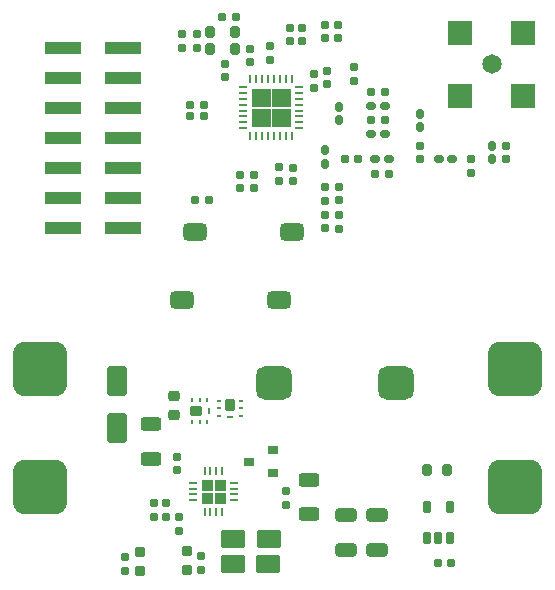
<source format=gbr>
%TF.GenerationSoftware,KiCad,Pcbnew,7.0.1*%
%TF.CreationDate,2024-01-20T12:23:47-08:00*%
%TF.ProjectId,CC1200 Dev Board,43433132-3030-4204-9465-7620426f6172,v1.0*%
%TF.SameCoordinates,PX450a6a0PY58363a0*%
%TF.FileFunction,Paste,Top*%
%TF.FilePolarity,Positive*%
%FSLAX46Y46*%
G04 Gerber Fmt 4.6, Leading zero omitted, Abs format (unit mm)*
G04 Created by KiCad (PCBNEW 7.0.1) date 2024-01-20 12:23:47*
%MOMM*%
%LPD*%
G01*
G04 APERTURE LIST*
G04 Aperture macros list*
%AMRoundRect*
0 Rectangle with rounded corners*
0 $1 Rounding radius*
0 $2 $3 $4 $5 $6 $7 $8 $9 X,Y pos of 4 corners*
0 Add a 4 corners polygon primitive as box body*
4,1,4,$2,$3,$4,$5,$6,$7,$8,$9,$2,$3,0*
0 Add four circle primitives for the rounded corners*
1,1,$1+$1,$2,$3*
1,1,$1+$1,$4,$5*
1,1,$1+$1,$6,$7*
1,1,$1+$1,$8,$9*
0 Add four rect primitives between the rounded corners*
20,1,$1+$1,$2,$3,$4,$5,0*
20,1,$1+$1,$4,$5,$6,$7,0*
20,1,$1+$1,$6,$7,$8,$9,0*
20,1,$1+$1,$8,$9,$2,$3,0*%
%AMFreePoly0*
4,1,5,0.350000,-0.090000,-0.350000,-0.090000,-0.350000,0.090000,0.350000,0.090000,0.350000,-0.090000,0.350000,-0.090000,$1*%
G04 Aperture macros list end*
%ADD10C,0.100000*%
%ADD11RoundRect,0.000000X-0.075000X0.115000X-0.075000X-0.115000X0.075000X-0.115000X0.075000X0.115000X0*%
%ADD12RoundRect,0.000000X-0.425000X0.350000X-0.425000X-0.350000X0.425000X-0.350000X0.425000X0.350000X0*%
%ADD13RoundRect,0.000000X-0.075000X0.230000X-0.075000X-0.230000X0.075000X-0.230000X0.075000X0.230000X0*%
%ADD14RoundRect,0.000000X0.115000X0.075000X-0.115000X0.075000X-0.115000X-0.075000X0.115000X-0.075000X0*%
%ADD15RoundRect,0.000000X0.350000X0.425000X-0.350000X0.425000X-0.350000X-0.425000X0.350000X-0.425000X0*%
%ADD16RoundRect,0.000000X0.230000X0.075000X-0.230000X0.075000X-0.230000X-0.075000X0.230000X-0.075000X0*%
%ADD17RoundRect,0.152400X0.847600X0.609600X-0.847600X0.609600X-0.847600X-0.609600X0.847600X-0.609600X0*%
%ADD18RoundRect,0.152400X-0.847600X-0.609600X0.847600X-0.609600X0.847600X0.609600X-0.847600X0.609600X0*%
%ADD19RoundRect,0.160000X0.160000X-0.197500X0.160000X0.197500X-0.160000X0.197500X-0.160000X-0.197500X0*%
%ADD20RoundRect,0.160000X-0.197500X-0.160000X0.197500X-0.160000X0.197500X0.160000X-0.197500X0.160000X0*%
%ADD21RoundRect,0.155000X-0.155000X0.212500X-0.155000X-0.212500X0.155000X-0.212500X0.155000X0.212500X0*%
%ADD22RoundRect,0.170000X-0.680000X1.080000X-0.680000X-1.080000X0.680000X-1.080000X0.680000X1.080000X0*%
%ADD23RoundRect,0.160000X0.197500X0.160000X-0.197500X0.160000X-0.197500X-0.160000X0.197500X-0.160000X0*%
%ADD24RoundRect,0.225000X0.250000X-0.225000X0.250000X0.225000X-0.250000X0.225000X-0.250000X-0.225000X0*%
%ADD25RoundRect,0.120000X0.180000X-0.430000X0.180000X0.430000X-0.180000X0.430000X-0.180000X-0.430000X0*%
%ADD26RoundRect,0.160000X0.160000X-0.222500X0.160000X0.222500X-0.160000X0.222500X-0.160000X-0.222500X0*%
%ADD27RoundRect,0.250000X-0.625000X0.312500X-0.625000X-0.312500X0.625000X-0.312500X0.625000X0.312500X0*%
%ADD28RoundRect,0.160000X-0.222500X-0.160000X0.222500X-0.160000X0.222500X0.160000X-0.222500X0.160000X0*%
%ADD29RoundRect,0.070000X0.330000X-0.280000X0.330000X0.280000X-0.330000X0.280000X-0.330000X-0.280000X0*%
%ADD30RoundRect,0.155000X0.155000X-0.212500X0.155000X0.212500X-0.155000X0.212500X-0.155000X-0.212500X0*%
%ADD31RoundRect,0.700000X0.800000X0.700000X-0.800000X0.700000X-0.800000X-0.700000X0.800000X-0.700000X0*%
%ADD32RoundRect,0.250000X-0.650000X0.325000X-0.650000X-0.325000X0.650000X-0.325000X0.650000X0.325000X0*%
%ADD33R,3.150000X1.000000*%
%ADD34RoundRect,0.160000X-0.160000X0.222500X-0.160000X-0.222500X0.160000X-0.222500X0.160000X0.222500X0*%
%ADD35RoundRect,0.155000X0.212500X0.155000X-0.212500X0.155000X-0.212500X-0.155000X0.212500X-0.155000X0*%
%ADD36RoundRect,0.155000X-0.212500X-0.155000X0.212500X-0.155000X0.212500X0.155000X-0.212500X0.155000X0*%
%ADD37RoundRect,0.375000X0.625000X0.375000X-0.625000X0.375000X-0.625000X-0.375000X0.625000X-0.375000X0*%
%ADD38RoundRect,1.050000X-1.250000X1.250000X-1.250000X-1.250000X1.250000X-1.250000X1.250000X1.250000X0*%
%ADD39RoundRect,0.160000X-0.160000X0.197500X-0.160000X-0.197500X0.160000X-0.197500X0.160000X0.197500X0*%
%ADD40RoundRect,0.200000X0.200000X0.275000X-0.200000X0.275000X-0.200000X-0.275000X0.200000X-0.275000X0*%
%ADD41FreePoly0,0.000000*%
%ADD42FreePoly0,90.000000*%
%ADD43FreePoly0,180.000000*%
%ADD44FreePoly0,270.000000*%
%ADD45RoundRect,0.200000X-0.200000X-0.300000X0.200000X-0.300000X0.200000X0.300000X-0.200000X0.300000X0*%
%ADD46RoundRect,0.080000X0.320000X-0.320000X0.320000X0.320000X-0.320000X0.320000X-0.320000X-0.320000X0*%
%ADD47RoundRect,0.062500X-0.062500X0.237500X-0.062500X-0.237500X0.062500X-0.237500X0.062500X0.237500X0*%
%ADD48RoundRect,0.062500X0.237500X0.062500X-0.237500X0.062500X-0.237500X-0.062500X0.237500X-0.062500X0*%
%ADD49RoundRect,0.062500X0.062500X-0.237500X0.062500X0.237500X-0.062500X0.237500X-0.062500X-0.237500X0*%
%ADD50RoundRect,0.062500X-0.237500X-0.062500X0.237500X-0.062500X0.237500X0.062500X-0.237500X0.062500X0*%
%ADD51C,1.645920*%
%ADD52RoundRect,0.000000X-0.975360X-0.975360X0.975360X-0.975360X0.975360X0.975360X-0.975360X0.975360X0*%
G04 APERTURE END LIST*
D10*
%TO.C,U2*%
X18655000Y8650000D02*
X19505000Y8650000D01*
X19505000Y8650000D02*
X19505000Y7800000D01*
X19505000Y7800000D02*
X18655000Y7800000D01*
X18655000Y7800000D02*
X18655000Y8650000D01*
G36*
X18655000Y8650000D02*
G01*
X19505000Y8650000D01*
X19505000Y7800000D01*
X18655000Y7800000D01*
X18655000Y8650000D01*
G37*
X18655000Y7500000D02*
X19505000Y7500000D01*
X19505000Y7500000D02*
X19505000Y6650000D01*
X19505000Y6650000D02*
X18655000Y6650000D01*
X18655000Y6650000D02*
X18655000Y7500000D01*
G36*
X18655000Y7500000D02*
G01*
X19505000Y7500000D01*
X19505000Y6650000D01*
X18655000Y6650000D01*
X18655000Y7500000D01*
G37*
X19795000Y8650000D02*
X20645000Y8650000D01*
X20645000Y8650000D02*
X20645000Y7800000D01*
X20645000Y7800000D02*
X19795000Y7800000D01*
X19795000Y7800000D02*
X19795000Y8650000D01*
G36*
X19795000Y8650000D02*
G01*
X20645000Y8650000D01*
X20645000Y7800000D01*
X19795000Y7800000D01*
X19795000Y8650000D01*
G37*
X19795000Y7500000D02*
X20645000Y7500000D01*
X20645000Y7500000D02*
X20645000Y6650000D01*
X20645000Y6650000D02*
X19795000Y6650000D01*
X19795000Y6650000D02*
X19795000Y7500000D01*
G36*
X19795000Y7500000D02*
G01*
X20645000Y7500000D01*
X20645000Y6650000D01*
X19795000Y6650000D01*
X19795000Y7500000D01*
G37*
%TO.C,U1*%
X24620000Y40052800D02*
X26110000Y40052800D01*
X26110000Y40052800D02*
X26110000Y38562800D01*
X26110000Y38562800D02*
X24620000Y38562800D01*
X24620000Y38562800D02*
X24620000Y40052800D01*
G36*
X24620000Y40052800D02*
G01*
X26110000Y40052800D01*
X26110000Y38562800D01*
X24620000Y38562800D01*
X24620000Y40052800D01*
G37*
X24620000Y41742800D02*
X26110000Y41742800D01*
X26110000Y41742800D02*
X26110000Y40252800D01*
X26110000Y40252800D02*
X24620000Y40252800D01*
X24620000Y40252800D02*
X24620000Y41742800D01*
G36*
X24620000Y41742800D02*
G01*
X26110000Y41742800D01*
X26110000Y40252800D01*
X24620000Y40252800D01*
X24620000Y41742800D01*
G37*
X22940000Y40052800D02*
X24430000Y40052800D01*
X24430000Y40052800D02*
X24430000Y38562800D01*
X24430000Y38562800D02*
X22940000Y38562800D01*
X22940000Y38562800D02*
X22940000Y40052800D01*
G36*
X22940000Y40052800D02*
G01*
X24430000Y40052800D01*
X24430000Y38562800D01*
X22940000Y38562800D01*
X22940000Y40052800D01*
G37*
X22940000Y41742800D02*
X24430000Y41742800D01*
X24430000Y41742800D02*
X24430000Y40252800D01*
X24430000Y40252800D02*
X22940000Y40252800D01*
X22940000Y40252800D02*
X22940000Y41742800D01*
G36*
X22940000Y41742800D02*
G01*
X24430000Y41742800D01*
X24430000Y40252800D01*
X22940000Y40252800D01*
X22940000Y41742800D01*
G37*
%TD*%
D11*
%TO.C,Q1*%
X17825000Y13540000D03*
X18475000Y13540000D03*
X19125000Y13540000D03*
X19125000Y15410000D03*
X18475000Y15410000D03*
X17825000Y15410000D03*
D12*
X18190000Y14475000D03*
D13*
X19250000Y14475000D03*
%TD*%
D14*
%TO.C,Q2*%
X20130000Y15350000D03*
X20130000Y14700000D03*
X20130000Y14050000D03*
X22000000Y14050000D03*
X22000000Y14700000D03*
X22000000Y15350000D03*
D15*
X21065000Y14985000D03*
D16*
X21065000Y13925000D03*
%TD*%
D17*
%TO.C,J4*%
X24321600Y3600000D03*
X21321600Y3600000D03*
%TD*%
D18*
%TO.C,J5*%
X21300000Y1517200D03*
X24300000Y1517200D03*
%TD*%
D19*
%TO.C,R13*%
X14600000Y5502500D03*
X14600000Y6697500D03*
%TD*%
D20*
%TO.C,R4*%
X20377500Y47802800D03*
X21572500Y47802800D03*
%TD*%
D21*
%TO.C,C33*%
X16600000Y10567500D03*
X16600000Y9432500D03*
%TD*%
D22*
%TO.C,D4*%
X11500000Y13000000D03*
X11500000Y17000000D03*
%TD*%
D23*
%TO.C,R3*%
X19272500Y32302800D03*
X18077500Y32302800D03*
%TD*%
D24*
%TO.C,C30*%
X16300000Y15700000D03*
X16300000Y14150000D03*
%TD*%
D25*
%TO.C,U3*%
X37750000Y3700000D03*
X38700000Y3700000D03*
X39650000Y3700000D03*
X39650000Y6300000D03*
X37750000Y6300000D03*
%TD*%
D26*
%TO.C,L7*%
X43212400Y35790300D03*
X43212400Y36935300D03*
%TD*%
D27*
%TO.C,R9*%
X14400000Y13362500D03*
X14400000Y10437500D03*
%TD*%
D28*
%TO.C,L6*%
X38728300Y35804000D03*
X39873300Y35804000D03*
%TD*%
D29*
%TO.C,D1*%
X24670400Y9235600D03*
X24670400Y11135600D03*
X22670400Y10185600D03*
%TD*%
D30*
%TO.C,C23*%
X27180000Y45792500D03*
X27180000Y46927500D03*
%TD*%
D31*
%TO.C,L9*%
X24803600Y16804800D03*
X35103600Y16804800D03*
%TD*%
D32*
%TO.C,C27*%
X30900000Y5675000D03*
X30900000Y2725000D03*
%TD*%
D21*
%TO.C,C13*%
X30275000Y33470300D03*
X30275000Y32335300D03*
%TD*%
D30*
%TO.C,C14*%
X30275000Y29902800D03*
X30275000Y31037800D03*
%TD*%
D33*
%TO.C,J1*%
X6950000Y45222800D03*
X12000000Y45222800D03*
X6950000Y42682800D03*
X12000000Y42682800D03*
X6950000Y40142800D03*
X12000000Y40142800D03*
X6950000Y37602800D03*
X12000000Y37602800D03*
X6950000Y35062800D03*
X12000000Y35062800D03*
X6950000Y32522800D03*
X12000000Y32522800D03*
X6950000Y29982800D03*
X12000000Y29982800D03*
%TD*%
D19*
%TO.C,R2*%
X29075000Y32272800D03*
X29075000Y33467800D03*
%TD*%
D21*
%TO.C,C20*%
X26375000Y35070300D03*
X26375000Y33935300D03*
%TD*%
%TO.C,C12*%
X44431600Y36930300D03*
X44431600Y35795300D03*
%TD*%
D30*
%TO.C,C15*%
X29075000Y29935300D03*
X29075000Y31070300D03*
%TD*%
D34*
%TO.C,L1*%
X30275000Y40222500D03*
X30275000Y39077500D03*
%TD*%
D21*
%TO.C,C5*%
X28175000Y42970300D03*
X28175000Y41835300D03*
%TD*%
D34*
%TO.C,L4*%
X37130000Y39642500D03*
X37130000Y38497500D03*
%TD*%
D27*
%TO.C,R6*%
X27700000Y8662500D03*
X27700000Y5737500D03*
%TD*%
D35*
%TO.C,C21*%
X18810000Y40402800D03*
X17675000Y40402800D03*
%TD*%
D36*
%TO.C,C10*%
X30749000Y35804000D03*
X31884000Y35804000D03*
%TD*%
D37*
%TO.C,RST*%
X25163600Y23866000D03*
X16963600Y23866000D03*
%TD*%
D21*
%TO.C,C34*%
X16700000Y5467500D03*
X16700000Y4332500D03*
%TD*%
D38*
%TO.C,J2*%
X5000000Y18000000D03*
X5000000Y8000000D03*
%TD*%
D28*
%TO.C,L3*%
X33010000Y37875000D03*
X34155000Y37875000D03*
%TD*%
D38*
%TO.C,J3*%
X45169600Y17994800D03*
X45169600Y7994800D03*
%TD*%
D39*
%TO.C,R12*%
X15600000Y6697500D03*
X15600000Y5502500D03*
%TD*%
D30*
%TO.C,C36*%
X25800000Y6532500D03*
X25800000Y7667500D03*
%TD*%
D40*
%TO.C,R17*%
X39425000Y9500000D03*
X37775000Y9500000D03*
%TD*%
D41*
%TO.C,U2*%
X17900000Y8400000D03*
X17900000Y7900000D03*
X17900000Y7400000D03*
X17900000Y6900000D03*
D42*
X19400000Y5900000D03*
X18900000Y5900000D03*
X19900000Y5900000D03*
X20400000Y5900000D03*
D43*
X21400000Y6900000D03*
X21400000Y7400000D03*
X21400000Y7900000D03*
X21400000Y8400000D03*
D44*
X20400000Y9400000D03*
X19900000Y9400000D03*
X19400000Y9400000D03*
X18900000Y9400000D03*
%TD*%
D21*
%TO.C,C1*%
X24470000Y45357500D03*
X24470000Y44222500D03*
%TD*%
%TO.C,C18*%
X21875000Y34470300D03*
X21875000Y33335300D03*
%TD*%
D37*
%TO.C,RST*%
X26275000Y29602800D03*
X18075000Y29602800D03*
%TD*%
D36*
%TO.C,C6*%
X33015000Y39075000D03*
X34150000Y39075000D03*
%TD*%
D30*
%TO.C,C24*%
X26170000Y45782500D03*
X26170000Y46917500D03*
%TD*%
D36*
%TO.C,C7*%
X33015000Y41475000D03*
X34150000Y41475000D03*
%TD*%
D45*
%TO.C,X1*%
X19375000Y46550300D03*
X21475000Y46550300D03*
X21475000Y45150300D03*
X19375000Y45150300D03*
%TD*%
D28*
%TO.C,L5*%
X33343500Y35804000D03*
X34488500Y35804000D03*
%TD*%
D21*
%TO.C,C3*%
X31540000Y43557500D03*
X31540000Y42422500D03*
%TD*%
%TO.C,C2*%
X29130000Y47187500D03*
X29130000Y46052500D03*
%TD*%
D30*
%TO.C,C26*%
X29275000Y42135300D03*
X29275000Y43270300D03*
%TD*%
D21*
%TO.C,C19*%
X23075000Y34470300D03*
X23075000Y33335300D03*
%TD*%
D46*
%TO.C,D2*%
X17400000Y2600000D03*
X17400000Y1000000D03*
%TD*%
D36*
%TO.C,C9*%
X33348500Y34534000D03*
X34483500Y34534000D03*
%TD*%
D30*
%TO.C,C16*%
X22725000Y43982800D03*
X22725000Y45117800D03*
%TD*%
D19*
%TO.C,R1*%
X25200000Y33902500D03*
X25200000Y35097500D03*
%TD*%
D34*
%TO.C,L8*%
X29075000Y36542800D03*
X29075000Y35397800D03*
%TD*%
D35*
%TO.C,C37*%
X39767500Y1600000D03*
X38632500Y1600000D03*
%TD*%
D39*
%TO.C,R15*%
X12200000Y2102600D03*
X12200000Y907600D03*
%TD*%
D47*
%TO.C,U1*%
X22775000Y42552800D03*
X23275000Y42552800D03*
X23775000Y42552800D03*
X24275000Y42552800D03*
X24775000Y42552800D03*
X25275000Y42552800D03*
X25775000Y42552800D03*
X26275000Y42552800D03*
D48*
X26925000Y41902800D03*
X26925000Y41402800D03*
X26925000Y40902800D03*
X26925000Y40402800D03*
X26925000Y39902800D03*
X26925000Y39402800D03*
X26925000Y38902800D03*
X26925000Y38402800D03*
D49*
X26275000Y37752800D03*
X25775000Y37752800D03*
X25275000Y37752800D03*
X24775000Y37752800D03*
X24275000Y37752800D03*
X23775000Y37752800D03*
X23275000Y37752800D03*
X22775000Y37752800D03*
D50*
X22125000Y38402800D03*
X22125000Y38902800D03*
X22125000Y39402800D03*
X22125000Y39902800D03*
X22125000Y40402800D03*
X22125000Y40902800D03*
X22125000Y41402800D03*
X22125000Y41902800D03*
%TD*%
D30*
%TO.C,C17*%
X18225000Y45232800D03*
X18225000Y46367800D03*
%TD*%
D51*
%TO.C,ANT*%
X43207500Y43812800D03*
D52*
X40540500Y46479800D03*
X45874500Y46479800D03*
X45874500Y41145800D03*
X40540500Y41145800D03*
%TD*%
D19*
%TO.C,R5*%
X16975000Y45202800D03*
X16975000Y46397800D03*
%TD*%
D30*
%TO.C,C22*%
X20620000Y42722500D03*
X20620000Y43857500D03*
%TD*%
D21*
%TO.C,C8*%
X37116400Y36930300D03*
X37116400Y35795300D03*
%TD*%
D30*
%TO.C,C25*%
X30230000Y46052500D03*
X30230000Y47187500D03*
%TD*%
D36*
%TO.C,C4*%
X17675000Y39402800D03*
X18810000Y39402800D03*
%TD*%
D30*
%TO.C,C11*%
X41485200Y34626900D03*
X41485200Y35761900D03*
%TD*%
D46*
%TO.C,D3*%
X13400000Y2500000D03*
X13400000Y900000D03*
%TD*%
D32*
%TO.C,C28*%
X33500000Y5675000D03*
X33500000Y2725000D03*
%TD*%
D28*
%TO.C,L2*%
X33010000Y40275000D03*
X34155000Y40275000D03*
%TD*%
D39*
%TO.C,R14*%
X18600000Y2200000D03*
X18600000Y1005000D03*
%TD*%
M02*

</source>
